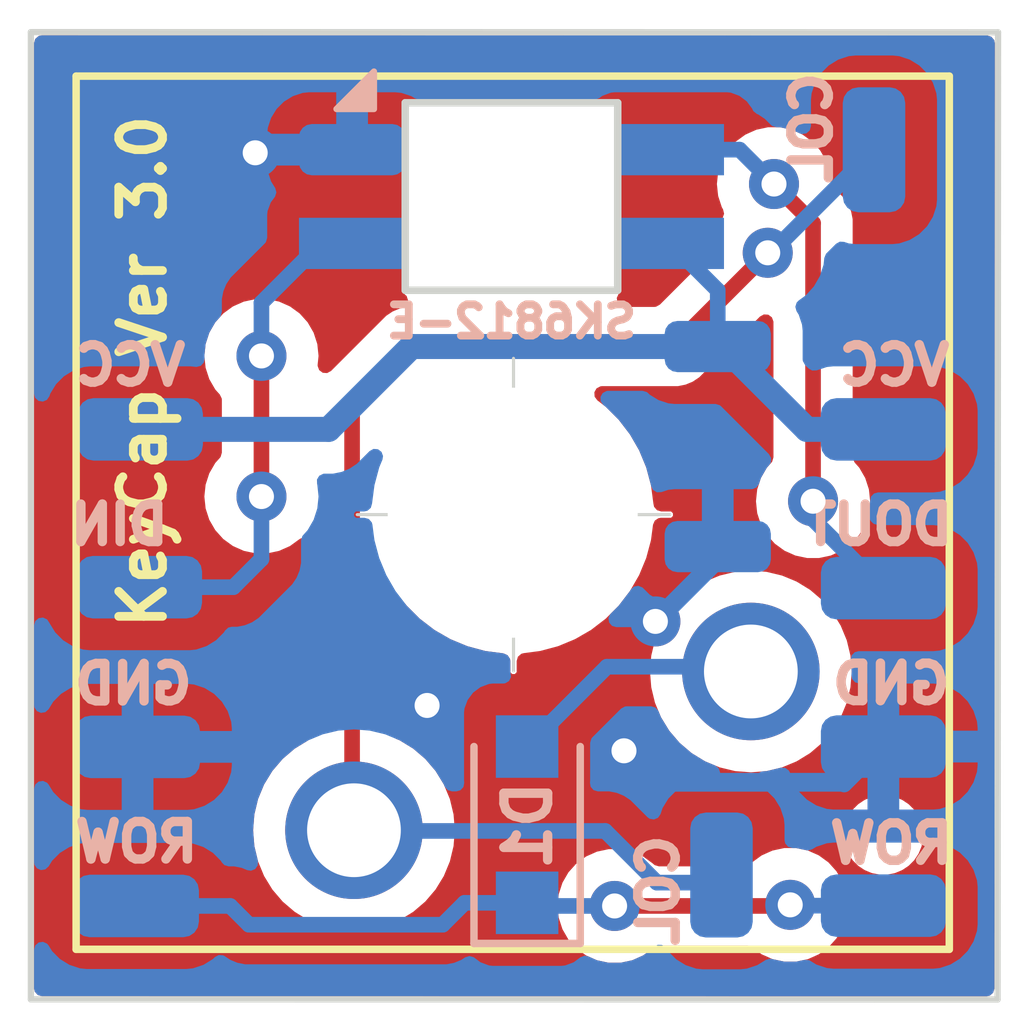
<source format=kicad_pcb>
(kicad_pcb (version 20240108) (generator "pcbnew") (generator_version "8.0")
  (layers (0 "F.Cu" signal) (31 "B.Cu" signal) (34 "B.Paste" user) (35 "F.Paste" user) (36 "B.SilkS" user "B.Silkscreen") (37 "F.SilkS" user "F.Silkscreen") (38 "B.Mask" user) (39 "F.Mask" user) (44 "Edge.Cuts" user))
  (net 0 "")
  (net 1 "/VCC")
  (net 2 "GND")
  (net 3 "/DIN")
  (net 4 "/DOUT")
  (net 5 "COL2ROW")
  (net 6 "/ROW")
  (net 7 "/COL")
  (footprint "Button_Switch_Keyboard:SW_Cherry_MX_1.00u_Plate" (layer "F.Cu") (at 118.5799 118.3386 180)
    (property "Reference" "SW1" (hide yes))
    (property "Value" "SW_Push_Open" (hide yes))
    (fp_line (start 4.445 12.065) (end -9.525 12.065) (stroke (width 0.12)) (layer "F.SilkS"))
    (fp_line (start 4.445 -1.905) (end 4.445 12.065) (stroke (width 0.12)) (layer "F.SilkS"))
    (fp_line (start -9.525 12.065) (end -9.525 -1.905) (stroke (width 0.12)) (layer "F.SilkS"))
    (fp_line (start -9.525 -1.905) (end 4.445 -1.905) (stroke (width 0.12)) (layer "F.SilkS"))
    (pad "" np_thru_hole circle (at -2.54 5.08 180) (size 4 4) (drill 4) (layers "*.Cu" "*.Mask"))
    (pad "1" thru_hole circle (at 0 0 180) (size 2.2 2.2) (drill 1.5) (layers "*.Cu" "*.Mask") (net 7 "/COL"))
    (pad "2" thru_hole circle (at -6.35 2.54 180) (size 2.2 2.2) (drill 1.5) (layers "*.Cu" "*.Mask") (net 5 "COL2ROW"))
  )
  (footprint "" (layer "F.Cu") (at 124.4 110.6)
    (property "Reference" "" (at 0 0 0) (layer "F.SilkS") (effects (font (size 1.27 1.27))))
    (property "Value" "")
    (pad "3" smd roundrect (at 0 0 180) (size 1.7 0.82) (layers "B.Cu" "B.Paste" "B.Mask") (net 1 "/VCC"))
  )
  (footprint "" (layer "F.Cu") (at 124.4 113.8)
    (property "Reference" "" (at 0 0 0) (layer "F.SilkS") (effects (font (size 1.27 1.27))))
    (property "Value" "")
    (pad "3" smd roundrect (at 0 0 180) (size 1.7 0.82) (layers "B.Cu" "B.Paste" "B.Mask") (net 2 "GND"))
  )
  (footprint "Connector_Wire:SolderWirePad_1x01_SMD_1x2mm" (layer "B.Cu") (at 115.1 119.55 90)
    (property "Reference" "J10" (hide yes))
    (property "Value" "Conn_01x01_Female" (hide yes))
    (fp_text user "ROW" (at 1.0213 0 180) (layer "B.SilkS") (effects (font (size 0.6 0.6)) (justify mirror)))
    (pad "1" smd roundrect (at 0 0 90) (size 1 2) (layers "B.Cu" "B.Paste" "B.Mask") (net 6 "/ROW"))
  )
  (footprint "Connector_Wire:SolderWirePad_1x01_SMD_1x2mm" (layer "B.Cu") (at 127.05 119.5451 -90)
    (property "Reference" "J7" (hide yes))
    (property "Value" "Conn_01x01_Female" (hide yes))
    (fp_text user "ROW" (at -0.9951 -0.1246 180) (layer "B.SilkS") (effects (font (size 0.6 0.6)) (justify mirror)))
    (pad "1" smd roundrect (at 0 0 270) (size 1 2) (layers "B.Cu" "B.Paste" "B.Mask") (net 6 "/ROW"))
  )
  (footprint "Connector_Wire:SolderWirePad_1x01_SMD_1x2mm" (layer "B.Cu") (at 127.05 114.4651 -90)
    (property "Reference" "J5" (hide yes))
    (property "Value" "Conn_01x01_Female" (hide yes))
    (fp_text user "DOUT" (at -1.0151 0.0754 0) (layer "B.SilkS") (effects (font (size 0.6 0.6)) (justify mirror)))
    (pad "1" smd roundrect (at 0 0 270) (size 1 2) (layers "B.Cu" "B.Paste" "B.Mask") (net 4 "/DOUT"))
  )
  (footprint "Connector_Wire:SolderWirePad_1x01_SMD_1x2mm" (layer "B.Cu") (at 124.46 119.05488 180)
    (property "Reference" "J8" (hide yes))
    (property "Value" "Conn_01x01_Female" (hide yes))
    (fp_text user "COL" (at 1.01 -0.24512 270) (layer "B.SilkS") (effects (font (size 0.6 0.6)) (justify mirror)))
    (pad "1" smd roundrect (at 0 0 180) (size 1 2) (layers "B.Cu" "B.Paste" "B.Mask") (net 7 "/COL"))
  )
  (footprint "Diode_SMD:D_SOD-323_HandSoldering" (layer "B.Cu") (at 121.35 118.25 90)
    (property "Reference" "D1" (at -0.0127 0.0127 -90) (layer "B.SilkS") (effects (font (size 0.7 0.7)) (justify mirror)))
    (property "Value" "1N4148" (hide yes))
    (fp_line (start -1.9 -0.85) (end 1.25 -0.85) (stroke (width 0.12)) (layer "B.SilkS"))
    (fp_line (start -1.9 0.85) (end -1.9 -0.85) (stroke (width 0.12)) (layer "B.SilkS"))
    (fp_line (start -1.9 0.85) (end 1.25 0.85) (stroke (width 0.12)) (layer "B.SilkS"))
    (pad "1" smd rect (at -1.25 0 90) (size 1 1) (layers "B.Cu" "B.Paste" "B.Mask") (net 6 "/ROW"))
    (pad "2" smd rect (at 1.25 0 90) (size 1 1) (layers "B.Cu" "B.Paste" "B.Mask") (net 5 "COL2ROW"))
  )
  (footprint "Connector_Wire:SolderWirePad_1x01_SMD_1x2mm" (layer "B.Cu") (at 127.05 117 -90)
    (property "Reference" "J6" (hide yes))
    (property "Value" "Conn_01x01_Female" (hide yes))
    (fp_text user "GND" (at -1.0051 -0.1246 0) (layer "B.SilkS") (effects (font (size 0.6 0.6)) (justify mirror)))
    (pad "1" smd roundrect (at 0 0 270) (size 1 2) (layers "B.Cu" "B.Paste" "B.Mask") (net 2 "GND"))
  )
  (footprint "Connector_Wire:SolderWirePad_1x01_SMD_1x2mm" (layer "B.Cu") (at 115.15 114.44986 -90)
    (property "Reference" "J2" (hide yes))
    (property "Value" "Conn_01x01_Female" (hide yes))
    (fp_text user "DIN" (at -0.99986 0.32456 0) (layer "B.SilkS") (effects (font (size 0.6 0.6)) (justify mirror)))
    (pad "1" smd roundrect (at 0 0 270) (size 1 2) (layers "B.Cu" "B.Paste" "B.Mask") (net 3 "/DIN"))
  )
  (footprint "Connector_Wire:SolderWirePad_1x01_SMD_1x2mm" (layer "B.Cu") (at 115.1636 111.9251 90)
    (property "Reference" "J1" (hide yes))
    (property "Value" "Conn_01x01_Female" (hide yes))
    (fp_text user "VCC" (at 1.0251 -0.1636 0) (layer "B.SilkS") (effects (font (size 0.6 0.6)) (justify mirror)))
    (pad "1" smd roundrect (at 0 0 90) (size 1 2) (layers "B.Cu" "B.Paste" "B.Mask") (net 1 "/VCC"))
  )
  (footprint "Connector_Wire:SolderWirePad_1x01_SMD_1x2mm" (layer "B.Cu") (at 127.05 111.9251 -90)
    (property "Reference" "J4" (hide yes))
    (property "Value" "Conn_01x01_Female" (hide yes))
    (fp_text user "VCC" (at -1.0251 -0.1746 0) (layer "B.SilkS") (effects (font (size 0.6 0.6)) (justify mirror)))
    (pad "1" smd roundrect (at 0 0 270) (size 1 2) (layers "B.Cu" "B.Paste" "B.Mask") (net 1 "/VCC"))
  )
  (footprint "Connector_Wire:SolderWirePad_1x01_SMD_1x2mm" (layer "B.Cu") (at 126.9 107.45216)
    (property "Reference" "J9" (hide yes))
    (property "Value" "Conn_01x01_Female" (hide yes))
    (fp_text user "COL" (at -1 -0.35216 270) (layer "B.SilkS") (effects (font (size 0.6 0.6)) (justify mirror)))
    (pad "1" smd roundrect (at 0 0) (size 1 2) (layers "B.Cu" "B.Paste" "B.Mask") (net 7 "/COL"))
  )
  (footprint "Connector_Wire:SolderWirePad_1x01_SMD_1x2mm" (layer "B.Cu") (at 115.11788 117.0051 -90)
    (property "Reference" "J3" (hide yes))
    (property "Value" "Conn_01x01_Female" (hide yes))
    (fp_text user "GND" (at -1.0051 0.06788 180) (layer "B.SilkS") (effects (font (size 0.6 0.6)) (justify mirror)))
    (pad "1" smd roundrect (at 0 0 270) (size 1 2) (layers "B.Cu" "B.Paste" "B.Mask") (net 2 "GND"))
  )
  (footprint "Keebio-Parts:SK6812-MINI-E" (layer "B.Cu") (at 121.1 108.2 180)
    (property "Reference" "SK6812-E" (at 0 -2 0) (layer "B.SilkS") (effects (font (size 0.5 0.5) (thickness 0.125)) (justify mirror)))
    (property "Value" "SK6812-MINI-E" (hide yes))
    (fp_poly (pts (xy 2.8 1.4) (xy 2.2 1.4) (xy 2.2 2)) (stroke (width 0.1)) (fill solid) (layer "B.SilkS"))
    (fp_line (start 1.7 1.5) (end -1.7 1.5) (stroke (width 0.12)) (layer "Edge.Cuts"))
    (fp_line (start 1.7 -1.5) (end 1.7 1.5) (stroke (width 0.12)) (layer "Edge.Cuts"))
    (fp_line (start -1.7 1.5) (end -1.7 -1.5) (stroke (width 0.12)) (layer "Edge.Cuts"))
    (fp_line (start -1.7 -1.5) (end 1.7 -1.5) (stroke (width 0.12)) (layer "Edge.Cuts"))
    (pad "1" smd rect (at -2.55 -0.75 180) (size 1.7 0.82) (layers "B.Cu" "B.Paste" "B.Mask") (net 1 "/VCC"))
    (pad "2" smd rect (at -2.55 0.75 180) (size 1.7 0.82) (layers "B.Cu" "B.Paste" "B.Mask") (net 4 "/DOUT"))
    (pad "3" smd roundrect (at 2.55 0.75 180) (size 1.7 0.82) (layers "B.Cu" "B.Paste" "B.Mask") (net 2 "GND"))
    (pad "4" smd rect (at 2.55 -0.75 180) (size 1.7 0.82) (layers "B.Cu" "B.Paste" "B.Mask") (net 3 "/DIN"))
  )
  (gr_line (start 113.41114 121.04436) (end 113.41114 105.56936) (stroke (width 0.1)) (layer "Edge.Cuts"))
  (gr_line (start 128.87706 121.04624) (end 113.41114 121.04436) (stroke (width 0.1)) (layer "Edge.Cuts"))
  (gr_line (start 128.88468 105.57256) (end 128.87706 121.04624) (stroke (width 0.1)) (layer "Edge.Cuts"))
  (gr_line (start 113.41114 105.56936) (end 128.88468 105.57256) (stroke (width 0.1)) (layer "Edge.Cuts"))
  (gr_text "KeyCap Ver 3.0" (at 115.2 111 90) (layer "F.SilkS") (effects (font (size 0.7 0.7) (thickness 0.14) (bold yes))))
  (target plus (at 121.1326 113.28908) (size 5) (width 0.05) (layer "Edge.Cuts"))
  (segment (start 118.1749 111.9251) (end 119.5 110.6) (width 0.4) (layer "B.Cu") (net 1))
  (segment (start 115.1636 111.9251) (end 118.1749 111.9251) (width 0.4) (layer "B.Cu") (net 1))
  (segment (start 119.5 110.6) (end 124.5 110.6) (width 0.4) (layer "B.Cu") (net 1))
  (segment (start 125.8251 111.9251) (end 127.0254 111.9251) (width 0.4) (layer "B.Cu") (net 1))
  (segment (start 124.5 110.6) (end 125.8251 111.9251) (width 0.4) (layer "B.Cu") (net 1))
  (segment (start 124.4 109.7) (end 123.65 108.95) (width 0.25) (layer "B.Cu") (net 1))
  (segment (start 124.4 110.5) (end 124.4 109.7) (width 0.25) (layer "B.Cu") (net 1))
  (segment (start 122.82534 117.0675) (end 122.1 116.34216) (width 0.3) (layer "F.Cu") (net 2))
  (segment (start 122.1 116.34216) (end 119.75 116.34216) (width 0.3) (layer "F.Cu") (net 2))
  (segment (start 122.9 117.0675) (end 122.82534 117.0675) (width 0.25) (layer "F.Cu") (net 2))
  (segment (start 123.4026 114.9974) (end 123.4026 115.03956) (width 0.3) (layer "F.Cu") (net 2))
  (segment (start 123.4026 115.03956) (end 122.1 116.34216) (width 0.3) (layer "F.Cu") (net 2))
  (via (at 123.4026 114.9974) (size 0.8) (drill 0.4) (layers "F.Cu" "B.Cu") (net 2))
  (via (at 119.75 116.34216) (size 0.8) (drill 0.4) (layers "F.Cu" "B.Cu") (net 2))
  (via (at 122.9 117.0675) (size 0.8) (drill 0.4) (layers "F.Cu" "B.Cu") (net 2))
  (via (at 117 107.5) (size 0.8) (drill 0.4) (layers "F.Cu" "B.Cu") (net 2))
  (segment (start 123.40402 117.57152) (end 122.9 117.0675) (width 0.3) (layer "B.Cu") (net 2))
  (segment (start 126.4158 117.57152) (end 123.40402 117.57152) (width 0.3) (layer "B.Cu") (net 2))
  (segment (start 126.42342 117.60708) (end 127.0254 117.0051) (width 0.25) (layer "B.Cu") (net 2))
  (segment (start 119.75 116.34216) (end 117.99824 116.34216) (width 0.3) (layer "B.Cu") (net 2))
  (segment (start 117.3353 117.0051) (end 115.14328 117.0051) (width 0.3) (layer "B.Cu") (net 2))
  (segment (start 117.99824 116.34216) (end 117.3353 117.0051) (width 0.3) (layer "B.Cu") (net 2))
  (segment (start 123.4026 114.9974) (end 124.4 114) (width 0.3) (layer "B.Cu") (net 2))
  (segment (start 124.4 114) (end 124.4 113.7) (width 0.3) (layer "B.Cu") (net 2))
  (segment (start 117 107.5) (end 117.05 107.45) (width 0.25) (layer "B.Cu") (net 2))
  (segment (start 117.05 107.45) (end 118.55 107.45) (width 0.25) (layer "B.Cu") (net 2))
  (segment (start 117.1 110.75) (end 117.1 113) (width 0.25) (layer "F.Cu") (net 3))
  (via (at 117.1 110.75) (size 0.8) (drill 0.4) (layers "F.Cu" "B.Cu") (net 3))
  (via (at 117.1 113) (size 0.8) (drill 0.4) (layers "F.Cu" "B.Cu") (net 3))
  (segment (start 117.1 109.9) (end 118.05 108.95) (width 0.25) (layer "B.Cu") (net 3))
  (segment (start 118.05 108.95) (end 118.55 108.95) (width 0.25) (layer "B.Cu") (net 3))
  (segment (start 116.65014 114.44986) (end 115.12296 114.44986) (width 0.25) (layer "B.Cu") (net 3))
  (segment (start 117.1 113) (end 117.1 114) (width 0.25) (layer "B.Cu") (net 3))
  (segment (start 117.1 114) (end 116.65014 114.44986) (width 0.25) (layer "B.Cu") (net 3))
  (segment (start 117.1 110.75) (end 117.1 109.9) (width 0.25) (layer "B.Cu") (net 3))
  (segment (start 125.3 108) (end 125.925 108.625) (width 0.25) (layer "F.Cu") (net 4))
  (segment (start 125.925 108.625) (end 125.925 113.075) (width 0.25) (layer "F.Cu") (net 4))
  (via (at 125.925 113.075) (size 0.8) (drill 0.4) (layers "F.Cu" "B.Cu") (net 4))
  (via (at 125.3 108) (size 0.8) (drill 0.4) (layers "F.Cu" "B.Cu") (net 4))
  (segment (start 124.75 107.45) (end 123.65 107.45) (width 0.25) (layer "B.Cu") (net 4))
  (segment (start 125.3 108) (end 125.1 107.8) (width 0.25) (layer "B.Cu") (net 4))
  (segment (start 125.925 113.075) (end 125.925 113.3647) (width 0.25) (layer "B.Cu") (net 4))
  (segment (start 125.925 113.3647) (end 127.0254 114.4651) (width 0.25) (layer "B.Cu") (net 4))
  (segment (start 125.3 108) (end 124.75 107.45) (width 0.25) (layer "B.Cu") (net 4))
  (segment (start 122.6276 115.7224) (end 121.35 117) (width 0.25) (layer "B.Cu") (net 5))
  (segment (start 124.8029 115.7224) (end 122.6276 115.7224) (width 0.25) (layer "B.Cu") (net 5))
  (segment (start 127.0508 118.4148) (end 127.0508 118.4148) (width 0.25) (layer "F.Cu") (net 6))
  (segment (start 125.542218 119.55) (end 125.56 119.532218) (width 0.25) (layer "F.Cu") (net 6))
  (segment (start 122.75 119.55) (end 125.542218 119.55) (width 0.25) (layer "F.Cu") (net 6))
  (via (at 125.56 119.532218) (size 0.8) (drill 0.4) (layers "F.Cu" "B.Cu") (net 6))
  (via (at 122.75 119.55) (size 0.8) (drill 0.4) (layers "F.Cu" "B.Cu") (net 6))
  (segment (start 116.9 119.85) (end 116.6 119.55) (width 0.25) (layer "B.Cu") (net 6))
  (segment (start 125.572882 119.5451) (end 127.0254 119.5451) (width 0.25) (layer "B.Cu") (net 6))
  (segment (start 125.56 119.532218) (end 125.572882 119.5451) (width 0.25) (layer "B.Cu") (net 6))
  (segment (start 120.35 119.5) (end 120 119.85) (width 0.25) (layer "B.Cu") (net 6))
  (segment (start 121.1396 119.5) (end 120.35 119.5) (width 0.25) (layer "B.Cu") (net 6))
  (segment (start 116.6 119.55) (end 115.2222 119.55) (width 0.25) (layer "B.Cu") (net 6))
  (segment (start 121.4 119.55) (end 121.35 119.5) (width 0.25) (layer "B.Cu") (net 6))
  (segment (start 122.75 119.55) (end 121.4 119.55) (width 0.25) (layer "B.Cu") (net 6))
  (segment (start 120 119.85) (end 116.9 119.85) (width 0.25) (layer "B.Cu") (net 6))
  (segment (start 123.7 110.6) (end 119.5 110.6) (width 0.25) (layer "F.Cu") (net 7))
  (segment (start 118.55 111.55) (end 118.55 118.3087) (width 0.25) (layer "F.Cu") (net 7))
  (segment (start 119.5 110.6) (end 118.55 111.55) (width 0.25) (layer "F.Cu") (net 7))
  (segment (start 125.2 109.1) (end 123.7 110.6) (width 0.25) (layer "F.Cu") (net 7))
  (segment (start 118.5799 118.3386) (end 118.5799 118.3894) (width 0.25) (layer "F.Cu") (net 7))
  (segment (start 118.55 118.3087) (end 118.5799 118.3386) (width 0.25) (layer "F.Cu") (net 7))
  (via (at 125.2 109.1) (size 0.8) (drill 0.4) (layers "F.Cu" "B.Cu") (net 7))
  (segment (start 125.25216 109.1) (end 126.9 107.45216) (width 0.25) (layer "B.Cu") (net 7))
  (segment (start 118.5913 118.35) (end 122.6 118.35) (width 0.25) (layer "B.Cu") (net 7))
  (segment (start 123.4268 119.1768) (end 124.4092 119.1768) (width 0.25) (layer "B.Cu") (net 7))
  (segment (start 122.6 118.35) (end 123.4268 119.1768) (width 0.25) (layer "B.Cu") (net 7))
  (segment (start 118.5799 118.3386) (end 118.5913 118.35) (width 0.25) (layer "B.Cu") (net 7))
  (segment (start 118.4529 118.2624) (end 118.5291 118.3386) (width 0.25) (layer "B.Cu") (net 7))
  (segment (start 118.5291 118.3386) (end 118.5799 118.3386) (width 0.25) (layer "B.Cu") (net 7))
  (segment (start 125.2 109.1) (end 125.25216 109.1) (width 0.25) (layer "B.Cu") (net 7))
  (zone (net 2) (net_name "GND") (layer "F.Cu") (connect_pads (clearance 0.508)) (min_thickness 0.254) (fill yes (thermal_gap 0.508) (thermal_bridge_width 0.508))
    (polygon (pts (xy 129.2225 121.3358) (xy 112.9665 121.3358) (xy 113.0046 105.2322) (xy 113.0046 105.1433) (xy 129.2225 105.1179)))
  )
  (zone (net 2) (net_name "GND") (layer "B.Cu") (connect_pads (clearance 0.508)) (min_thickness 0.254) (fill yes (thermal_gap 0.508) (thermal_bridge_width 0.508))
    (polygon (pts (xy 129.2098 121.3485) (xy 112.9792 121.3612) (xy 113.0173 105.156) (xy 129.2225 105.1433)))
  )
)
</source>
